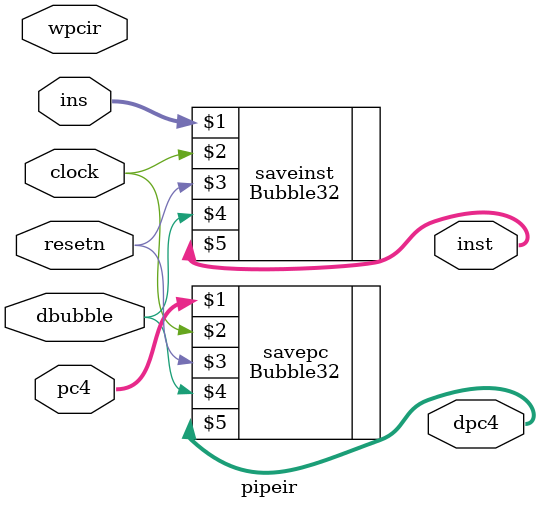
<source format=v>
module pipeir ( pc4,ins,wpcir,clock,resetn,dpc4,inst,dbubble);
	input [31:0] pc4,ins;
	input wpcir,clock,resetn,dbubble;
	output [31:0] dpc4,inst;
	Bubble32 savepc(pc4,clock,resetn,dbubble,dpc4);
	Bubble32 saveinst(ins,clock,resetn,dbubble,inst);
endmodule
</source>
